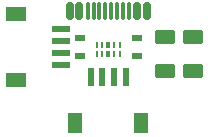
<source format=gbr>
%TF.GenerationSoftware,KiCad,Pcbnew,7.0.7*%
%TF.CreationDate,2024-01-09T13:38:50+07:00*%
%TF.ProjectId,Unified Daughterboard,556e6966-6965-4642-9044-617567687465,rev?*%
%TF.SameCoordinates,Original*%
%TF.FileFunction,Paste,Top*%
%TF.FilePolarity,Positive*%
%FSLAX46Y46*%
G04 Gerber Fmt 4.6, Leading zero omitted, Abs format (unit mm)*
G04 Created by KiCad (PCBNEW 7.0.7) date 2024-01-09 13:38:50*
%MOMM*%
%LPD*%
G01*
G04 APERTURE LIST*
G04 Aperture macros list*
%AMRoundRect*
0 Rectangle with rounded corners*
0 $1 Rounding radius*
0 $2 $3 $4 $5 $6 $7 $8 $9 X,Y pos of 4 corners*
0 Add a 4 corners polygon primitive as box body*
4,1,4,$2,$3,$4,$5,$6,$7,$8,$9,$2,$3,0*
0 Add four circle primitives for the rounded corners*
1,1,$1+$1,$2,$3*
1,1,$1+$1,$4,$5*
1,1,$1+$1,$6,$7*
1,1,$1+$1,$8,$9*
0 Add four rect primitives between the rounded corners*
20,1,$1+$1,$2,$3,$4,$5,0*
20,1,$1+$1,$4,$5,$6,$7,0*
20,1,$1+$1,$6,$7,$8,$9,0*
20,1,$1+$1,$8,$9,$2,$3,0*%
G04 Aperture macros list end*
%ADD10RoundRect,0.250000X0.625000X-0.375000X0.625000X0.375000X-0.625000X0.375000X-0.625000X-0.375000X0*%
%ADD11R,0.900000X0.500000*%
%ADD12R,1.200000X1.800000*%
%ADD13R,0.600000X1.550000*%
%ADD14RoundRect,0.250000X-0.625000X0.375000X-0.625000X-0.375000X0.625000X-0.375000X0.625000X0.375000X0*%
%ADD15RoundRect,0.125000X0.000000X-0.150000X0.000000X-0.150000X0.000000X0.150000X0.000000X0.150000X0*%
%ADD16R,0.250000X0.550000*%
%ADD17R,0.300000X0.550000*%
%ADD18RoundRect,0.150000X0.150000X0.575000X-0.150000X0.575000X-0.150000X-0.575000X0.150000X-0.575000X0*%
%ADD19RoundRect,0.075000X0.075000X0.650000X-0.075000X0.650000X-0.075000X-0.650000X0.075000X-0.650000X0*%
%ADD20R,1.800000X1.200000*%
%ADD21R,1.550000X0.600000*%
G04 APERTURE END LIST*
D10*
%TO.C,L1*%
X104200000Y-66400000D03*
X104200000Y-63600000D03*
%TD*%
D11*
%TO.C,R1*%
X99400000Y-63650000D03*
X99400000Y-65150000D03*
%TD*%
D12*
%TO.C,J3*%
X94200000Y-70850000D03*
X99800000Y-70850000D03*
D13*
X95500000Y-66975000D03*
X96500000Y-66975000D03*
X97500000Y-66975000D03*
X98500000Y-66975000D03*
%TD*%
D14*
%TO.C,F1*%
X101800000Y-63600000D03*
X101800000Y-66400000D03*
%TD*%
D15*
%TO.C,U1*%
X96000000Y-64985000D03*
D16*
X96500000Y-64985000D03*
D17*
X97000000Y-64985000D03*
D16*
X97500000Y-64985000D03*
X98000000Y-64985000D03*
X98000000Y-64215000D03*
X97500000Y-64215000D03*
D17*
X97000000Y-64215000D03*
D16*
X96500000Y-64215000D03*
X96000000Y-64215000D03*
%TD*%
D18*
%TO.C,J1*%
X100248000Y-61375000D03*
X99448000Y-61375000D03*
D19*
X98248000Y-61375000D03*
X97252000Y-61375000D03*
X96748000Y-61375000D03*
X95748000Y-61375000D03*
D18*
X93748000Y-61375000D03*
X94548000Y-61375000D03*
D19*
X95248000Y-61375000D03*
X96248000Y-61375000D03*
X97748000Y-61375000D03*
X98748000Y-61375000D03*
%TD*%
D11*
%TO.C,R2*%
X94600000Y-63650000D03*
X94600000Y-65150000D03*
%TD*%
D20*
%TO.C,J4*%
X89148000Y-61600000D03*
X89148000Y-67200000D03*
D21*
X93023000Y-62900000D03*
X93023000Y-63900000D03*
X93023000Y-64900000D03*
X93023000Y-65900000D03*
%TD*%
M02*

</source>
